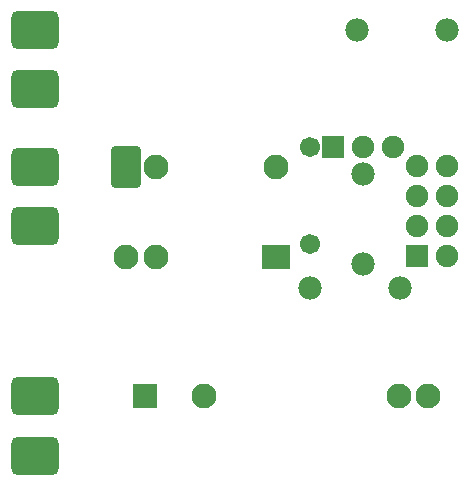
<source format=gts>
G04 Layer: TopSolderMaskLayer*
G04 EasyEDA v6.5.34, 2023-10-19 08:42:31*
G04 e3f5e68dd2074443958a13ea81cc3fb2,08f173712dbc44b08fd2a75eaeabdc68,10*
G04 Gerber Generator version 0.2*
G04 Scale: 100 percent, Rotated: No, Reflected: No *
G04 Dimensions in millimeters *
G04 leading zeros omitted , absolute positions ,4 integer and 5 decimal *
%FSLAX45Y45*%
%MOMM*%

%AMMACRO1*1,1,$1,$2,$3*1,1,$1,$4,$5*1,1,$1,0-$2,0-$3*1,1,$1,0-$4,0-$5*20,1,$1,$2,$3,$4,$5,0*20,1,$1,$4,$5,0-$2,0-$3,0*20,1,$1,0-$2,0-$3,0-$4,0-$5,0*20,1,$1,0-$4,0-$5,$2,$3,0*4,1,4,$2,$3,$4,$5,0-$2,0-$3,0-$4,0-$5,$2,$3,0*%
%ADD10C,1.9812*%
%ADD11MACRO1,1X1.5X1.1X1.5X-1.1*%
%ADD12C,1.7016*%
%ADD13C,2.1016*%
%ADD14MACRO1,0.5X1X-1.5X-1X-1.5*%
%ADD15MACRO1,0.1016X1.15X-1X-1.15X-1*%
%ADD16MACRO1,0.1016X-0.9X-0.9X-0.9X0.9*%
%ADD17C,1.9016*%
%ADD18MACRO1,0.1016X0.9X0.9X0.9X-0.9*%
%ADD19MACRO1,0.1016X-1X1X1X1*%

%LPD*%
D10*
G01*
X3940987Y3959987D03*
G01*
X3178987Y3959987D03*
D11*
G01*
X449999Y3959992D03*
G01*
X449999Y3459993D03*
D12*
G01*
X2780004Y2969996D03*
G01*
X2780004Y2149982D03*
D13*
G01*
X2494991Y2800985D03*
G01*
X1478991Y2800985D03*
D14*
G01*
X1224996Y2800995D03*
D13*
G01*
X1224991Y2038985D03*
G01*
X1478991Y2038985D03*
D15*
G01*
X2494996Y2038995D03*
D16*
G01*
X2975993Y2969994D03*
D17*
G01*
X3229990Y2969996D03*
G01*
X3483990Y2969996D03*
D10*
G01*
X3229990Y2740990D03*
G01*
X3229990Y1978990D03*
G01*
X2778988Y1780006D03*
G01*
X3540988Y1780006D03*
D11*
G01*
X449999Y2799994D03*
G01*
X449999Y2299995D03*
G01*
X449999Y859998D03*
G01*
X449999Y359999D03*
D17*
G01*
X3937000Y2810992D03*
G01*
X3937000Y2556992D03*
G01*
X3937000Y2302992D03*
G01*
X3937000Y2048992D03*
G01*
X3683000Y2810992D03*
G01*
X3683000Y2556992D03*
G01*
X3683000Y2302992D03*
D18*
G01*
X3682992Y2048995D03*
D13*
G01*
X3780002Y859993D03*
G01*
X3530015Y859993D03*
G01*
X1880006Y859993D03*
D19*
G01*
X1379997Y859998D03*
M02*

</source>
